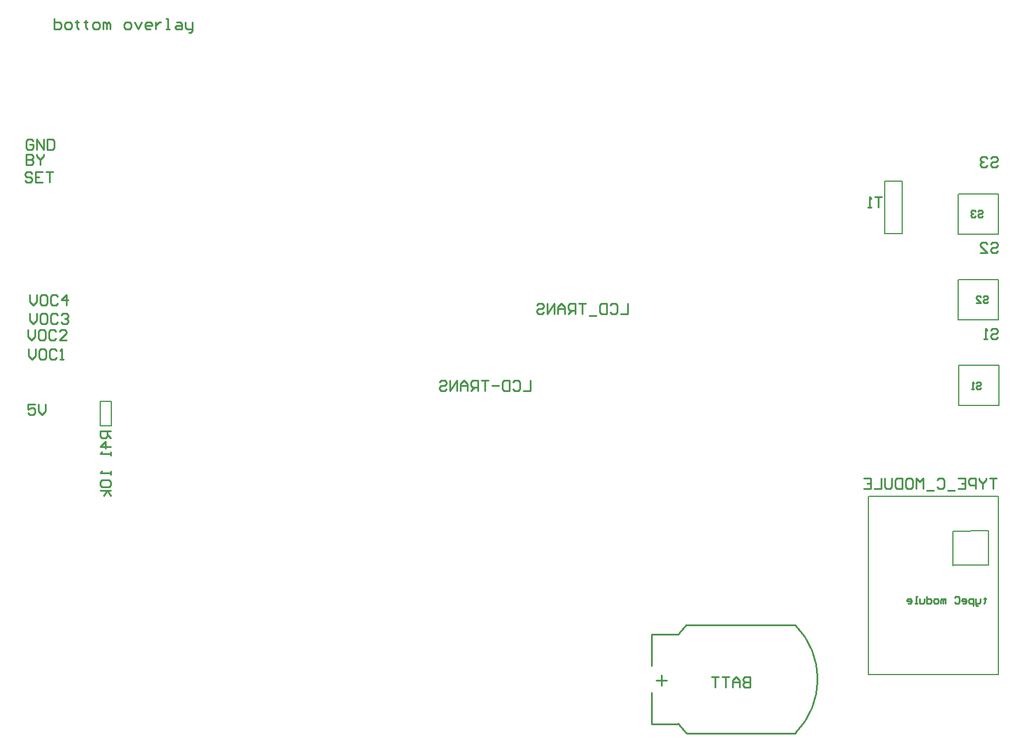
<source format=gbo>
G04*
G04 #@! TF.GenerationSoftware,Altium Limited,Altium Designer,21.2.1 (34)*
G04*
G04 Layer_Color=32896*
%FSLAX24Y24*%
%MOIN*%
G70*
G04*
G04 #@! TF.SameCoordinates,50E8038E-39F9-4302-AF09-D4DFFB075F86*
G04*
G04*
G04 #@! TF.FilePolarity,Positive*
G04*
G01*
G75*
%ADD10C,0.0100*%
%ADD12C,0.0079*%
%ADD14C,0.0059*%
D10*
X41112Y6891D02*
G03*
X40663Y6359I3117J-3091D01*
G01*
X47347Y709D02*
G03*
X47347Y6891I-3117J3091D01*
G01*
X40663Y1241D02*
G03*
X41112Y709I3567J2559D01*
G01*
X39130Y4570D02*
X39132Y6359D01*
X39130Y3030D02*
X39132Y1241D01*
X41112Y709D02*
X47347D01*
X41112Y6891D02*
X47347D01*
X39132Y6359D02*
X40663D01*
X39132Y1241D02*
X40663D01*
X39400Y3750D02*
X40000D01*
X39700Y3450D02*
Y4050D01*
X3850Y19550D02*
X3450D01*
Y19250D01*
X3650Y19350D01*
X3750D01*
X3850Y19250D01*
Y19050D01*
X3750Y18950D01*
X3550D01*
X3450Y19050D01*
X4050Y19550D02*
Y19150D01*
X4250Y18950D01*
X4450Y19150D01*
Y19550D01*
X3500Y22700D02*
Y22300D01*
X3700Y22100D01*
X3900Y22300D01*
Y22700D01*
X4400D02*
X4200D01*
X4100Y22600D01*
Y22200D01*
X4200Y22100D01*
X4400D01*
X4500Y22200D01*
Y22600D01*
X4400Y22700D01*
X5099Y22600D02*
X5000Y22700D01*
X4800D01*
X4700Y22600D01*
Y22200D01*
X4800Y22100D01*
X5000D01*
X5099Y22200D01*
X5299Y22100D02*
X5499D01*
X5399D01*
Y22700D01*
X5299Y22600D01*
X3450Y23800D02*
Y23400D01*
X3650Y23200D01*
X3850Y23400D01*
Y23800D01*
X4350D02*
X4150D01*
X4050Y23700D01*
Y23300D01*
X4150Y23200D01*
X4350D01*
X4450Y23300D01*
Y23700D01*
X4350Y23800D01*
X5049Y23700D02*
X4950Y23800D01*
X4750D01*
X4650Y23700D01*
Y23300D01*
X4750Y23200D01*
X4950D01*
X5049Y23300D01*
X5649Y23200D02*
X5249D01*
X5649Y23600D01*
Y23700D01*
X5549Y23800D01*
X5349D01*
X5249Y23700D01*
X3550Y24750D02*
Y24350D01*
X3750Y24150D01*
X3950Y24350D01*
Y24750D01*
X4450D02*
X4250D01*
X4150Y24650D01*
Y24250D01*
X4250Y24150D01*
X4450D01*
X4550Y24250D01*
Y24650D01*
X4450Y24750D01*
X5149Y24650D02*
X5050Y24750D01*
X4850D01*
X4750Y24650D01*
Y24250D01*
X4850Y24150D01*
X5050D01*
X5149Y24250D01*
X5349Y24650D02*
X5449Y24750D01*
X5649D01*
X5749Y24650D01*
Y24550D01*
X5649Y24450D01*
X5549D01*
X5649D01*
X5749Y24350D01*
Y24250D01*
X5649Y24150D01*
X5449D01*
X5349Y24250D01*
X3550Y25800D02*
Y25400D01*
X3750Y25200D01*
X3950Y25400D01*
Y25800D01*
X4450D02*
X4250D01*
X4150Y25700D01*
Y25300D01*
X4250Y25200D01*
X4450D01*
X4550Y25300D01*
Y25700D01*
X4450Y25800D01*
X5149Y25700D02*
X5050Y25800D01*
X4850D01*
X4750Y25700D01*
Y25300D01*
X4850Y25200D01*
X5050D01*
X5149Y25300D01*
X5649Y25200D02*
Y25800D01*
X5349Y25500D01*
X5749D01*
X3700Y32750D02*
X3600Y32850D01*
X3400D01*
X3300Y32750D01*
Y32650D01*
X3400Y32550D01*
X3600D01*
X3700Y32450D01*
Y32350D01*
X3600Y32250D01*
X3400D01*
X3300Y32350D01*
X4300Y32850D02*
X3900D01*
Y32250D01*
X4300D01*
X3900Y32550D02*
X4100D01*
X4500Y32850D02*
X4899D01*
X4700D01*
Y32250D01*
X3750Y34600D02*
X3650Y34700D01*
X3450D01*
X3350Y34600D01*
Y34200D01*
X3450Y34100D01*
X3650D01*
X3750Y34200D01*
Y34400D01*
X3550D01*
X3950Y34100D02*
Y34700D01*
X4350Y34100D01*
Y34700D01*
X4550D02*
Y34100D01*
X4850D01*
X4949Y34200D01*
Y34600D01*
X4850Y34700D01*
X4550D01*
X3350Y33850D02*
Y33250D01*
X3650D01*
X3750Y33350D01*
Y33450D01*
X3650Y33550D01*
X3350D01*
X3650D01*
X3750Y33650D01*
Y33750D01*
X3650Y33850D01*
X3350D01*
X3950D02*
Y33750D01*
X4150Y33550D01*
X4350Y33750D01*
Y33850D01*
X4150Y33550D02*
Y33250D01*
X32200Y20900D02*
Y20300D01*
X31800D01*
X31200Y20800D02*
X31300Y20900D01*
X31500D01*
X31600Y20800D01*
Y20400D01*
X31500Y20300D01*
X31300D01*
X31200Y20400D01*
X31000Y20900D02*
Y20300D01*
X30700D01*
X30601Y20400D01*
Y20800D01*
X30700Y20900D01*
X31000D01*
X30401Y20600D02*
X30001D01*
X29801Y20900D02*
X29401D01*
X29601D01*
Y20300D01*
X29201D02*
Y20900D01*
X28901D01*
X28801Y20800D01*
Y20600D01*
X28901Y20500D01*
X29201D01*
X29001D02*
X28801Y20300D01*
X28601D02*
Y20700D01*
X28401Y20900D01*
X28201Y20700D01*
Y20300D01*
Y20600D01*
X28601D01*
X28001Y20300D02*
Y20900D01*
X27601Y20300D01*
Y20900D01*
X27002Y20800D02*
X27102Y20900D01*
X27302D01*
X27402Y20800D01*
Y20700D01*
X27302Y20600D01*
X27102D01*
X27002Y20500D01*
Y20400D01*
X27102Y20300D01*
X27302D01*
X27402Y20400D01*
X4950Y41600D02*
Y41000D01*
X5250D01*
X5350Y41100D01*
Y41200D01*
Y41300D01*
X5250Y41400D01*
X4950D01*
X5650Y41000D02*
X5850D01*
X5950Y41100D01*
Y41300D01*
X5850Y41400D01*
X5650D01*
X5550Y41300D01*
Y41100D01*
X5650Y41000D01*
X6250Y41500D02*
Y41400D01*
X6150D01*
X6350D01*
X6250D01*
Y41100D01*
X6350Y41000D01*
X6749Y41500D02*
Y41400D01*
X6649D01*
X6849D01*
X6749D01*
Y41100D01*
X6849Y41000D01*
X7249D02*
X7449D01*
X7549Y41100D01*
Y41300D01*
X7449Y41400D01*
X7249D01*
X7149Y41300D01*
Y41100D01*
X7249Y41000D01*
X7749D02*
Y41400D01*
X7849D01*
X7949Y41300D01*
Y41000D01*
Y41300D01*
X8049Y41400D01*
X8149Y41300D01*
Y41000D01*
X9049D02*
X9249D01*
X9349Y41100D01*
Y41300D01*
X9249Y41400D01*
X9049D01*
X8949Y41300D01*
Y41100D01*
X9049Y41000D01*
X9549Y41400D02*
X9748Y41000D01*
X9948Y41400D01*
X10448Y41000D02*
X10248D01*
X10148Y41100D01*
Y41300D01*
X10248Y41400D01*
X10448D01*
X10548Y41300D01*
Y41200D01*
X10148D01*
X10748Y41400D02*
Y41000D01*
Y41200D01*
X10848Y41300D01*
X10948Y41400D01*
X11048D01*
X11348Y41000D02*
X11548D01*
X11448D01*
Y41600D01*
X11348D01*
X11948Y41400D02*
X12148D01*
X12248Y41300D01*
Y41000D01*
X11948D01*
X11848Y41100D01*
X11948Y41200D01*
X12248D01*
X12448Y41400D02*
Y41100D01*
X12548Y41000D01*
X12847D01*
Y40900D01*
X12747Y40800D01*
X12648D01*
X12847Y41000D02*
Y41400D01*
X58186Y8460D02*
Y8393D01*
X58253D01*
X58119D01*
X58186D01*
Y8193D01*
X58119Y8127D01*
X57919Y8393D02*
Y8193D01*
X57853Y8127D01*
X57653D01*
Y8060D01*
X57719Y7993D01*
X57786D01*
X57653Y8127D02*
Y8393D01*
X57520Y7993D02*
Y8393D01*
X57320D01*
X57253Y8327D01*
Y8193D01*
X57320Y8127D01*
X57520D01*
X56920D02*
X57053D01*
X57120Y8193D01*
Y8327D01*
X57053Y8393D01*
X56920D01*
X56853Y8327D01*
Y8260D01*
X57120D01*
X56453Y8460D02*
X56520Y8526D01*
X56653D01*
X56720Y8460D01*
Y8193D01*
X56653Y8127D01*
X56520D01*
X56453Y8193D01*
X55920Y8127D02*
Y8393D01*
X55853D01*
X55787Y8327D01*
Y8127D01*
Y8327D01*
X55720Y8393D01*
X55653Y8327D01*
Y8127D01*
X55454D02*
X55320D01*
X55254Y8193D01*
Y8327D01*
X55320Y8393D01*
X55454D01*
X55520Y8327D01*
Y8193D01*
X55454Y8127D01*
X54854Y8526D02*
Y8127D01*
X55054D01*
X55120Y8193D01*
Y8327D01*
X55054Y8393D01*
X54854D01*
X54720D02*
Y8193D01*
X54654Y8127D01*
X54454D01*
Y8393D01*
X54321Y8127D02*
X54187D01*
X54254D01*
Y8526D01*
X54321D01*
X53787Y8127D02*
X53921D01*
X53987Y8193D01*
Y8327D01*
X53921Y8393D01*
X53787D01*
X53721Y8327D01*
Y8260D01*
X53987D01*
X57683Y20733D02*
X57750Y20800D01*
X57883D01*
X57950Y20733D01*
Y20667D01*
X57883Y20600D01*
X57750D01*
X57683Y20533D01*
Y20467D01*
X57750Y20400D01*
X57883D01*
X57950Y20467D01*
X57550Y20400D02*
X57417D01*
X57483D01*
Y20800D01*
X57550Y20733D01*
X58083Y25683D02*
X58150Y25750D01*
X58283D01*
X58350Y25683D01*
Y25617D01*
X58283Y25550D01*
X58150D01*
X58083Y25483D01*
Y25417D01*
X58150Y25350D01*
X58283D01*
X58350Y25417D01*
X57684Y25350D02*
X57950D01*
X57684Y25617D01*
Y25683D01*
X57750Y25750D01*
X57883D01*
X57950Y25683D01*
X57783Y30583D02*
X57850Y30650D01*
X57983D01*
X58050Y30583D01*
Y30517D01*
X57983Y30450D01*
X57850D01*
X57783Y30383D01*
Y30317D01*
X57850Y30250D01*
X57983D01*
X58050Y30317D01*
X57650Y30583D02*
X57583Y30650D01*
X57450D01*
X57384Y30583D01*
Y30517D01*
X57450Y30450D01*
X57517D01*
X57450D01*
X57384Y30383D01*
Y30317D01*
X57450Y30250D01*
X57583D01*
X57650Y30317D01*
X52300Y31400D02*
X51900D01*
X52100D01*
Y30800D01*
X51700D02*
X51500D01*
X51600D01*
Y31400D01*
X51700Y31300D01*
X58510Y33610D02*
X58610Y33710D01*
X58810D01*
X58910Y33610D01*
Y33510D01*
X58810Y33410D01*
X58610D01*
X58510Y33310D01*
Y33210D01*
X58610Y33110D01*
X58810D01*
X58910Y33210D01*
X58310Y33610D02*
X58210Y33710D01*
X58010D01*
X57910Y33610D01*
Y33510D01*
X58010Y33410D01*
X58110D01*
X58010D01*
X57910Y33310D01*
Y33210D01*
X58010Y33110D01*
X58210D01*
X58310Y33210D01*
X58510Y28710D02*
X58610Y28810D01*
X58810D01*
X58910Y28710D01*
Y28610D01*
X58810Y28510D01*
X58610D01*
X58510Y28410D01*
Y28310D01*
X58610Y28210D01*
X58810D01*
X58910Y28310D01*
X57910Y28210D02*
X58310D01*
X57910Y28610D01*
Y28710D01*
X58010Y28810D01*
X58210D01*
X58310Y28710D01*
X58520Y23780D02*
X58620Y23880D01*
X58820D01*
X58920Y23780D01*
Y23680D01*
X58820Y23580D01*
X58620D01*
X58520Y23480D01*
Y23380D01*
X58620Y23280D01*
X58820D01*
X58920Y23380D01*
X58320Y23280D02*
X58120D01*
X58220D01*
Y23880D01*
X58320Y23780D01*
X58849Y15294D02*
X58449D01*
X58649D01*
Y14694D01*
X58249Y15294D02*
Y15194D01*
X58049Y14994D01*
X57849Y15194D01*
Y15294D01*
X58049Y14994D02*
Y14694D01*
X57649D02*
Y15294D01*
X57349D01*
X57249Y15194D01*
Y14994D01*
X57349Y14894D01*
X57649D01*
X56649Y15294D02*
X57049D01*
Y14694D01*
X56649D01*
X57049Y14994D02*
X56849D01*
X56450Y14594D02*
X56050D01*
X55450Y15194D02*
X55550Y15294D01*
X55750D01*
X55850Y15194D01*
Y14794D01*
X55750Y14694D01*
X55550D01*
X55450Y14794D01*
X55250Y14594D02*
X54850D01*
X54650Y14694D02*
Y15294D01*
X54450Y15094D01*
X54250Y15294D01*
Y14694D01*
X53750Y15294D02*
X53950D01*
X54050Y15194D01*
Y14794D01*
X53950Y14694D01*
X53750D01*
X53650Y14794D01*
Y15194D01*
X53750Y15294D01*
X53451D02*
Y14694D01*
X53151D01*
X53051Y14794D01*
Y15194D01*
X53151Y15294D01*
X53451D01*
X52851D02*
Y14794D01*
X52751Y14694D01*
X52551D01*
X52451Y14794D01*
Y15294D01*
X52251D02*
Y14694D01*
X51851D01*
X51251Y15294D02*
X51651D01*
Y14694D01*
X51251D01*
X51651Y14994D02*
X51451D01*
X8200Y17999D02*
X7600D01*
Y17700D01*
X7700Y17600D01*
X7900D01*
X8000Y17700D01*
Y17999D01*
Y17799D02*
X8200Y17600D01*
Y17100D02*
X7600D01*
X7900Y17400D01*
Y17000D01*
X8200Y16800D02*
Y16600D01*
Y16700D01*
X7600D01*
X7700Y16800D01*
X8200Y15700D02*
Y15500D01*
Y15600D01*
X7600D01*
X7700Y15700D01*
Y15200D02*
X7600Y15100D01*
Y14900D01*
X7700Y14800D01*
X8100D01*
X8200Y14900D01*
Y15100D01*
X8100Y15200D01*
X7700D01*
X8200Y14600D02*
X7600D01*
X8000D02*
X7800Y14301D01*
X8000Y14600D02*
X8200Y14301D01*
X37750Y25300D02*
Y24700D01*
X37350D01*
X36750Y25200D02*
X36850Y25300D01*
X37050D01*
X37150Y25200D01*
Y24800D01*
X37050Y24700D01*
X36850D01*
X36750Y24800D01*
X36550Y25300D02*
Y24700D01*
X36250D01*
X36151Y24800D01*
Y25200D01*
X36250Y25300D01*
X36550D01*
X35951Y24600D02*
X35551D01*
X35351Y25300D02*
X34951D01*
X35151D01*
Y24700D01*
X34751D02*
Y25300D01*
X34451D01*
X34351Y25200D01*
Y25000D01*
X34451Y24900D01*
X34751D01*
X34551D02*
X34351Y24700D01*
X34151D02*
Y25100D01*
X33951Y25300D01*
X33751Y25100D01*
Y24700D01*
Y25000D01*
X34151D01*
X33551Y24700D02*
Y25300D01*
X33151Y24700D01*
Y25300D01*
X32552Y25200D02*
X32652Y25300D01*
X32852D01*
X32952Y25200D01*
Y25100D01*
X32852Y25000D01*
X32652D01*
X32552Y24900D01*
Y24800D01*
X32652Y24700D01*
X32852D01*
X32952Y24800D01*
X44750Y3950D02*
Y3350D01*
X44450D01*
X44350Y3450D01*
Y3550D01*
X44450Y3650D01*
X44750D01*
X44450D01*
X44350Y3750D01*
Y3850D01*
X44450Y3950D01*
X44750D01*
X44150Y3350D02*
Y3750D01*
X43950Y3950D01*
X43750Y3750D01*
Y3350D01*
Y3650D01*
X44150D01*
X43550Y3950D02*
X43150D01*
X43350D01*
Y3350D01*
X42950Y3950D02*
X42550D01*
X42750D01*
Y3350D01*
D12*
X52450Y29300D02*
X53450D01*
Y32300D01*
X52450D02*
X53450D01*
X52450Y29300D02*
Y32300D01*
X58970Y31581D02*
X58971Y29298D01*
X56687Y31580D02*
X58970Y31581D01*
X56670Y29281D02*
X58953Y29282D01*
X56670Y31581D02*
X56671Y29298D01*
X58970Y26678D02*
X58971Y24394D01*
X56687Y26677D02*
X58970Y26678D01*
X56670Y24378D02*
X58953Y24379D01*
X56670Y26678D02*
X56671Y24394D01*
X58980Y21754D02*
X58981Y19470D01*
X56697Y21753D02*
X58980Y21754D01*
X56680Y19454D02*
X58963Y19454D01*
X56680Y21754D02*
X56681Y19470D01*
X51520Y4060D02*
Y14260D01*
Y4060D02*
X58970D01*
X51550Y14258D02*
X58970Y14260D01*
X56350Y12271D02*
X58400Y12289D01*
X58970Y4060D02*
Y14260D01*
X56350Y10302D02*
Y12271D01*
X58400Y10321D02*
Y12289D01*
X56400Y10321D02*
X58350D01*
D14*
X7597Y18296D02*
Y19713D01*
X8227D01*
X7597Y18296D02*
X8227D01*
Y19713D01*
M02*

</source>
